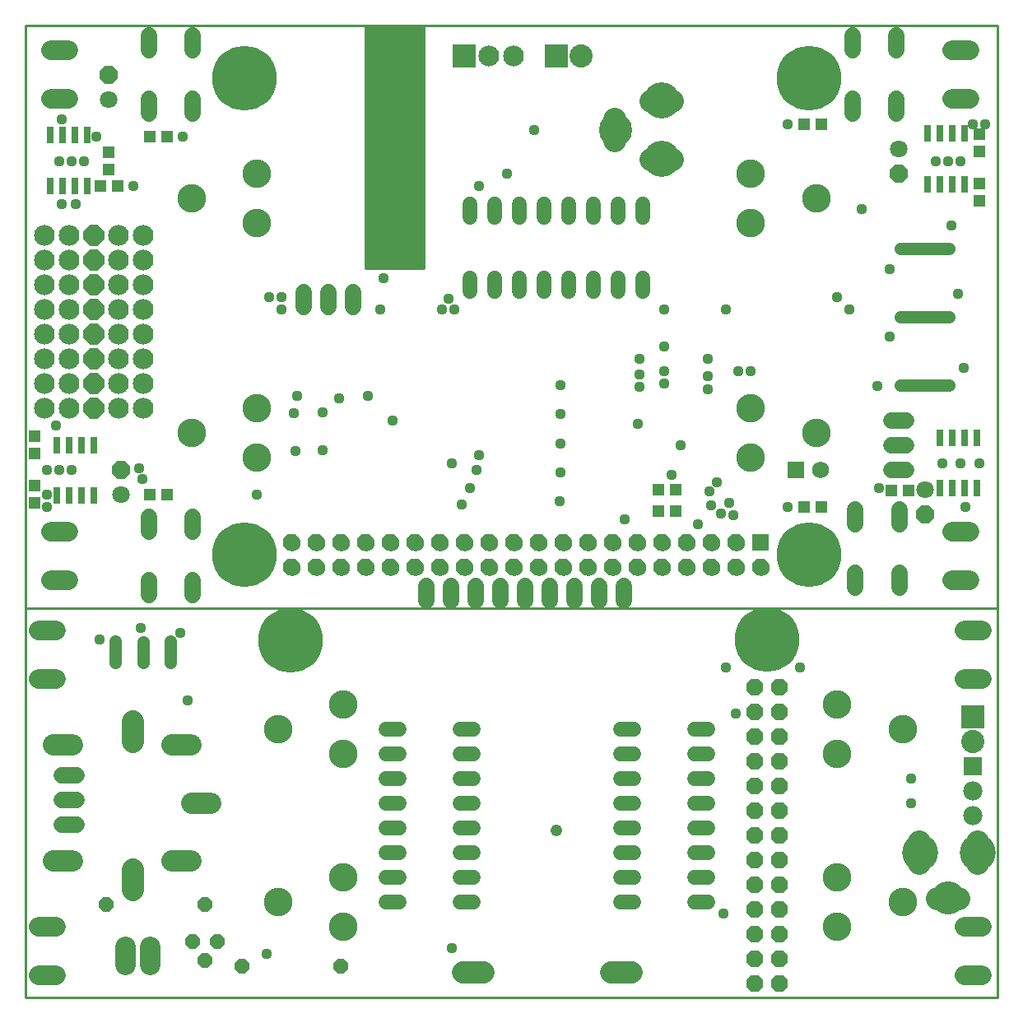
<source format=gts>
G75*
%MOIN*%
%OFA0B0*%
%FSLAX25Y25*%
%IPPOS*%
%LPD*%
%AMOC8*
5,1,8,0,0,1.08239X$1,22.5*
%
%ADD10C,0.01000*%
%ADD11C,0.05000*%
%ADD12R,0.23622X0.98425*%
%ADD13C,0.00000*%
%ADD14C,0.11627*%
%ADD15R,0.06800X0.06800*%
%ADD16C,0.06800*%
%ADD17OC8,0.06800*%
%ADD18C,0.11600*%
%ADD19C,0.06737*%
%ADD20C,0.07850*%
%ADD21R,0.03162X0.07099*%
%ADD22R,0.04934X0.05052*%
%ADD23C,0.06000*%
%ADD24C,0.09400*%
%ADD25C,0.14643*%
%ADD26C,0.13461*%
%ADD27C,0.06800*%
%ADD28R,0.05052X0.04934*%
%ADD29OC8,0.07100*%
%ADD30C,0.07100*%
%ADD31C,0.05950*%
%ADD32C,0.08600*%
%ADD33C,0.09050*%
%ADD34C,0.08200*%
%ADD35OC8,0.06000*%
%ADD36C,0.26200*%
%ADD37R,0.07800X0.07800*%
%ADD38R,0.09400X0.09400*%
%ADD39C,0.04369*%
%ADD40OC8,0.08400*%
%ADD41C,0.08400*%
%ADD42C,0.09400*%
%ADD43C,0.07800*%
%ADD44C,0.04762*%
D10*
X0013061Y0050702D02*
X0013061Y0208182D01*
X0406762Y0208182D01*
X0406762Y0444402D01*
X0174478Y0444402D01*
X0150856Y0444402D01*
X0150856Y0345977D01*
X0174478Y0345977D01*
X0174478Y0444402D01*
X0150856Y0444402D02*
X0013061Y0444402D01*
X0013061Y0208182D01*
X0013061Y0050702D02*
X0406762Y0050702D01*
X0406762Y0208182D01*
D11*
X0387077Y0298733D02*
X0367392Y0298733D01*
X0367392Y0326292D02*
X0387077Y0326292D01*
X0387077Y0353851D02*
X0367392Y0353851D01*
X0071561Y0194952D02*
X0071561Y0186452D01*
X0060561Y0186202D02*
X0060561Y0194702D01*
X0049311Y0194952D02*
X0049311Y0186452D01*
D12*
X0162667Y0395190D03*
D13*
X0096231Y0422749D02*
X0096233Y0422896D01*
X0096239Y0423042D01*
X0096249Y0423188D01*
X0096263Y0423334D01*
X0096281Y0423480D01*
X0096302Y0423625D01*
X0096328Y0423769D01*
X0096358Y0423913D01*
X0096391Y0424055D01*
X0096428Y0424197D01*
X0096469Y0424338D01*
X0096514Y0424477D01*
X0096563Y0424616D01*
X0096615Y0424753D01*
X0096672Y0424888D01*
X0096731Y0425022D01*
X0096795Y0425154D01*
X0096862Y0425284D01*
X0096932Y0425413D01*
X0097006Y0425540D01*
X0097083Y0425664D01*
X0097164Y0425787D01*
X0097248Y0425907D01*
X0097335Y0426025D01*
X0097425Y0426140D01*
X0097518Y0426253D01*
X0097615Y0426364D01*
X0097714Y0426472D01*
X0097816Y0426577D01*
X0097921Y0426679D01*
X0098029Y0426778D01*
X0098140Y0426875D01*
X0098253Y0426968D01*
X0098368Y0427058D01*
X0098486Y0427145D01*
X0098606Y0427229D01*
X0098729Y0427310D01*
X0098853Y0427387D01*
X0098980Y0427461D01*
X0099109Y0427531D01*
X0099239Y0427598D01*
X0099371Y0427662D01*
X0099505Y0427721D01*
X0099640Y0427778D01*
X0099777Y0427830D01*
X0099916Y0427879D01*
X0100055Y0427924D01*
X0100196Y0427965D01*
X0100338Y0428002D01*
X0100480Y0428035D01*
X0100624Y0428065D01*
X0100768Y0428091D01*
X0100913Y0428112D01*
X0101059Y0428130D01*
X0101205Y0428144D01*
X0101351Y0428154D01*
X0101497Y0428160D01*
X0101644Y0428162D01*
X0101791Y0428160D01*
X0101937Y0428154D01*
X0102083Y0428144D01*
X0102229Y0428130D01*
X0102375Y0428112D01*
X0102520Y0428091D01*
X0102664Y0428065D01*
X0102808Y0428035D01*
X0102950Y0428002D01*
X0103092Y0427965D01*
X0103233Y0427924D01*
X0103372Y0427879D01*
X0103511Y0427830D01*
X0103648Y0427778D01*
X0103783Y0427721D01*
X0103917Y0427662D01*
X0104049Y0427598D01*
X0104179Y0427531D01*
X0104308Y0427461D01*
X0104435Y0427387D01*
X0104559Y0427310D01*
X0104682Y0427229D01*
X0104802Y0427145D01*
X0104920Y0427058D01*
X0105035Y0426968D01*
X0105148Y0426875D01*
X0105259Y0426778D01*
X0105367Y0426679D01*
X0105472Y0426577D01*
X0105574Y0426472D01*
X0105673Y0426364D01*
X0105770Y0426253D01*
X0105863Y0426140D01*
X0105953Y0426025D01*
X0106040Y0425907D01*
X0106124Y0425787D01*
X0106205Y0425664D01*
X0106282Y0425540D01*
X0106356Y0425413D01*
X0106426Y0425284D01*
X0106493Y0425154D01*
X0106557Y0425022D01*
X0106616Y0424888D01*
X0106673Y0424753D01*
X0106725Y0424616D01*
X0106774Y0424477D01*
X0106819Y0424338D01*
X0106860Y0424197D01*
X0106897Y0424055D01*
X0106930Y0423913D01*
X0106960Y0423769D01*
X0106986Y0423625D01*
X0107007Y0423480D01*
X0107025Y0423334D01*
X0107039Y0423188D01*
X0107049Y0423042D01*
X0107055Y0422896D01*
X0107057Y0422749D01*
X0107055Y0422602D01*
X0107049Y0422456D01*
X0107039Y0422310D01*
X0107025Y0422164D01*
X0107007Y0422018D01*
X0106986Y0421873D01*
X0106960Y0421729D01*
X0106930Y0421585D01*
X0106897Y0421443D01*
X0106860Y0421301D01*
X0106819Y0421160D01*
X0106774Y0421021D01*
X0106725Y0420882D01*
X0106673Y0420745D01*
X0106616Y0420610D01*
X0106557Y0420476D01*
X0106493Y0420344D01*
X0106426Y0420214D01*
X0106356Y0420085D01*
X0106282Y0419958D01*
X0106205Y0419834D01*
X0106124Y0419711D01*
X0106040Y0419591D01*
X0105953Y0419473D01*
X0105863Y0419358D01*
X0105770Y0419245D01*
X0105673Y0419134D01*
X0105574Y0419026D01*
X0105472Y0418921D01*
X0105367Y0418819D01*
X0105259Y0418720D01*
X0105148Y0418623D01*
X0105035Y0418530D01*
X0104920Y0418440D01*
X0104802Y0418353D01*
X0104682Y0418269D01*
X0104559Y0418188D01*
X0104435Y0418111D01*
X0104308Y0418037D01*
X0104179Y0417967D01*
X0104049Y0417900D01*
X0103917Y0417836D01*
X0103783Y0417777D01*
X0103648Y0417720D01*
X0103511Y0417668D01*
X0103372Y0417619D01*
X0103233Y0417574D01*
X0103092Y0417533D01*
X0102950Y0417496D01*
X0102808Y0417463D01*
X0102664Y0417433D01*
X0102520Y0417407D01*
X0102375Y0417386D01*
X0102229Y0417368D01*
X0102083Y0417354D01*
X0101937Y0417344D01*
X0101791Y0417338D01*
X0101644Y0417336D01*
X0101497Y0417338D01*
X0101351Y0417344D01*
X0101205Y0417354D01*
X0101059Y0417368D01*
X0100913Y0417386D01*
X0100768Y0417407D01*
X0100624Y0417433D01*
X0100480Y0417463D01*
X0100338Y0417496D01*
X0100196Y0417533D01*
X0100055Y0417574D01*
X0099916Y0417619D01*
X0099777Y0417668D01*
X0099640Y0417720D01*
X0099505Y0417777D01*
X0099371Y0417836D01*
X0099239Y0417900D01*
X0099109Y0417967D01*
X0098980Y0418037D01*
X0098853Y0418111D01*
X0098729Y0418188D01*
X0098606Y0418269D01*
X0098486Y0418353D01*
X0098368Y0418440D01*
X0098253Y0418530D01*
X0098140Y0418623D01*
X0098029Y0418720D01*
X0097921Y0418819D01*
X0097816Y0418921D01*
X0097714Y0419026D01*
X0097615Y0419134D01*
X0097518Y0419245D01*
X0097425Y0419358D01*
X0097335Y0419473D01*
X0097248Y0419591D01*
X0097164Y0419711D01*
X0097083Y0419834D01*
X0097006Y0419958D01*
X0096932Y0420085D01*
X0096862Y0420214D01*
X0096795Y0420344D01*
X0096731Y0420476D01*
X0096672Y0420610D01*
X0096615Y0420745D01*
X0096563Y0420882D01*
X0096514Y0421021D01*
X0096469Y0421160D01*
X0096428Y0421301D01*
X0096391Y0421443D01*
X0096358Y0421585D01*
X0096328Y0421729D01*
X0096302Y0421873D01*
X0096281Y0422018D01*
X0096263Y0422164D01*
X0096249Y0422310D01*
X0096239Y0422456D01*
X0096233Y0422602D01*
X0096231Y0422749D01*
X0096231Y0229835D02*
X0096233Y0229982D01*
X0096239Y0230128D01*
X0096249Y0230274D01*
X0096263Y0230420D01*
X0096281Y0230566D01*
X0096302Y0230711D01*
X0096328Y0230855D01*
X0096358Y0230999D01*
X0096391Y0231141D01*
X0096428Y0231283D01*
X0096469Y0231424D01*
X0096514Y0231563D01*
X0096563Y0231702D01*
X0096615Y0231839D01*
X0096672Y0231974D01*
X0096731Y0232108D01*
X0096795Y0232240D01*
X0096862Y0232370D01*
X0096932Y0232499D01*
X0097006Y0232626D01*
X0097083Y0232750D01*
X0097164Y0232873D01*
X0097248Y0232993D01*
X0097335Y0233111D01*
X0097425Y0233226D01*
X0097518Y0233339D01*
X0097615Y0233450D01*
X0097714Y0233558D01*
X0097816Y0233663D01*
X0097921Y0233765D01*
X0098029Y0233864D01*
X0098140Y0233961D01*
X0098253Y0234054D01*
X0098368Y0234144D01*
X0098486Y0234231D01*
X0098606Y0234315D01*
X0098729Y0234396D01*
X0098853Y0234473D01*
X0098980Y0234547D01*
X0099109Y0234617D01*
X0099239Y0234684D01*
X0099371Y0234748D01*
X0099505Y0234807D01*
X0099640Y0234864D01*
X0099777Y0234916D01*
X0099916Y0234965D01*
X0100055Y0235010D01*
X0100196Y0235051D01*
X0100338Y0235088D01*
X0100480Y0235121D01*
X0100624Y0235151D01*
X0100768Y0235177D01*
X0100913Y0235198D01*
X0101059Y0235216D01*
X0101205Y0235230D01*
X0101351Y0235240D01*
X0101497Y0235246D01*
X0101644Y0235248D01*
X0101791Y0235246D01*
X0101937Y0235240D01*
X0102083Y0235230D01*
X0102229Y0235216D01*
X0102375Y0235198D01*
X0102520Y0235177D01*
X0102664Y0235151D01*
X0102808Y0235121D01*
X0102950Y0235088D01*
X0103092Y0235051D01*
X0103233Y0235010D01*
X0103372Y0234965D01*
X0103511Y0234916D01*
X0103648Y0234864D01*
X0103783Y0234807D01*
X0103917Y0234748D01*
X0104049Y0234684D01*
X0104179Y0234617D01*
X0104308Y0234547D01*
X0104435Y0234473D01*
X0104559Y0234396D01*
X0104682Y0234315D01*
X0104802Y0234231D01*
X0104920Y0234144D01*
X0105035Y0234054D01*
X0105148Y0233961D01*
X0105259Y0233864D01*
X0105367Y0233765D01*
X0105472Y0233663D01*
X0105574Y0233558D01*
X0105673Y0233450D01*
X0105770Y0233339D01*
X0105863Y0233226D01*
X0105953Y0233111D01*
X0106040Y0232993D01*
X0106124Y0232873D01*
X0106205Y0232750D01*
X0106282Y0232626D01*
X0106356Y0232499D01*
X0106426Y0232370D01*
X0106493Y0232240D01*
X0106557Y0232108D01*
X0106616Y0231974D01*
X0106673Y0231839D01*
X0106725Y0231702D01*
X0106774Y0231563D01*
X0106819Y0231424D01*
X0106860Y0231283D01*
X0106897Y0231141D01*
X0106930Y0230999D01*
X0106960Y0230855D01*
X0106986Y0230711D01*
X0107007Y0230566D01*
X0107025Y0230420D01*
X0107039Y0230274D01*
X0107049Y0230128D01*
X0107055Y0229982D01*
X0107057Y0229835D01*
X0107055Y0229688D01*
X0107049Y0229542D01*
X0107039Y0229396D01*
X0107025Y0229250D01*
X0107007Y0229104D01*
X0106986Y0228959D01*
X0106960Y0228815D01*
X0106930Y0228671D01*
X0106897Y0228529D01*
X0106860Y0228387D01*
X0106819Y0228246D01*
X0106774Y0228107D01*
X0106725Y0227968D01*
X0106673Y0227831D01*
X0106616Y0227696D01*
X0106557Y0227562D01*
X0106493Y0227430D01*
X0106426Y0227300D01*
X0106356Y0227171D01*
X0106282Y0227044D01*
X0106205Y0226920D01*
X0106124Y0226797D01*
X0106040Y0226677D01*
X0105953Y0226559D01*
X0105863Y0226444D01*
X0105770Y0226331D01*
X0105673Y0226220D01*
X0105574Y0226112D01*
X0105472Y0226007D01*
X0105367Y0225905D01*
X0105259Y0225806D01*
X0105148Y0225709D01*
X0105035Y0225616D01*
X0104920Y0225526D01*
X0104802Y0225439D01*
X0104682Y0225355D01*
X0104559Y0225274D01*
X0104435Y0225197D01*
X0104308Y0225123D01*
X0104179Y0225053D01*
X0104049Y0224986D01*
X0103917Y0224922D01*
X0103783Y0224863D01*
X0103648Y0224806D01*
X0103511Y0224754D01*
X0103372Y0224705D01*
X0103233Y0224660D01*
X0103092Y0224619D01*
X0102950Y0224582D01*
X0102808Y0224549D01*
X0102664Y0224519D01*
X0102520Y0224493D01*
X0102375Y0224472D01*
X0102229Y0224454D01*
X0102083Y0224440D01*
X0101937Y0224430D01*
X0101791Y0224424D01*
X0101644Y0224422D01*
X0101497Y0224424D01*
X0101351Y0224430D01*
X0101205Y0224440D01*
X0101059Y0224454D01*
X0100913Y0224472D01*
X0100768Y0224493D01*
X0100624Y0224519D01*
X0100480Y0224549D01*
X0100338Y0224582D01*
X0100196Y0224619D01*
X0100055Y0224660D01*
X0099916Y0224705D01*
X0099777Y0224754D01*
X0099640Y0224806D01*
X0099505Y0224863D01*
X0099371Y0224922D01*
X0099239Y0224986D01*
X0099109Y0225053D01*
X0098980Y0225123D01*
X0098853Y0225197D01*
X0098729Y0225274D01*
X0098606Y0225355D01*
X0098486Y0225439D01*
X0098368Y0225526D01*
X0098253Y0225616D01*
X0098140Y0225709D01*
X0098029Y0225806D01*
X0097921Y0225905D01*
X0097816Y0226007D01*
X0097714Y0226112D01*
X0097615Y0226220D01*
X0097518Y0226331D01*
X0097425Y0226444D01*
X0097335Y0226559D01*
X0097248Y0226677D01*
X0097164Y0226797D01*
X0097083Y0226920D01*
X0097006Y0227044D01*
X0096932Y0227171D01*
X0096862Y0227300D01*
X0096795Y0227430D01*
X0096731Y0227562D01*
X0096672Y0227696D01*
X0096615Y0227831D01*
X0096563Y0227968D01*
X0096514Y0228107D01*
X0096469Y0228246D01*
X0096428Y0228387D01*
X0096391Y0228529D01*
X0096358Y0228671D01*
X0096328Y0228815D01*
X0096302Y0228959D01*
X0096281Y0229104D01*
X0096263Y0229250D01*
X0096249Y0229396D01*
X0096239Y0229542D01*
X0096233Y0229688D01*
X0096231Y0229835D01*
X0324577Y0229835D02*
X0324579Y0229982D01*
X0324585Y0230128D01*
X0324595Y0230274D01*
X0324609Y0230420D01*
X0324627Y0230566D01*
X0324648Y0230711D01*
X0324674Y0230855D01*
X0324704Y0230999D01*
X0324737Y0231141D01*
X0324774Y0231283D01*
X0324815Y0231424D01*
X0324860Y0231563D01*
X0324909Y0231702D01*
X0324961Y0231839D01*
X0325018Y0231974D01*
X0325077Y0232108D01*
X0325141Y0232240D01*
X0325208Y0232370D01*
X0325278Y0232499D01*
X0325352Y0232626D01*
X0325429Y0232750D01*
X0325510Y0232873D01*
X0325594Y0232993D01*
X0325681Y0233111D01*
X0325771Y0233226D01*
X0325864Y0233339D01*
X0325961Y0233450D01*
X0326060Y0233558D01*
X0326162Y0233663D01*
X0326267Y0233765D01*
X0326375Y0233864D01*
X0326486Y0233961D01*
X0326599Y0234054D01*
X0326714Y0234144D01*
X0326832Y0234231D01*
X0326952Y0234315D01*
X0327075Y0234396D01*
X0327199Y0234473D01*
X0327326Y0234547D01*
X0327455Y0234617D01*
X0327585Y0234684D01*
X0327717Y0234748D01*
X0327851Y0234807D01*
X0327986Y0234864D01*
X0328123Y0234916D01*
X0328262Y0234965D01*
X0328401Y0235010D01*
X0328542Y0235051D01*
X0328684Y0235088D01*
X0328826Y0235121D01*
X0328970Y0235151D01*
X0329114Y0235177D01*
X0329259Y0235198D01*
X0329405Y0235216D01*
X0329551Y0235230D01*
X0329697Y0235240D01*
X0329843Y0235246D01*
X0329990Y0235248D01*
X0330137Y0235246D01*
X0330283Y0235240D01*
X0330429Y0235230D01*
X0330575Y0235216D01*
X0330721Y0235198D01*
X0330866Y0235177D01*
X0331010Y0235151D01*
X0331154Y0235121D01*
X0331296Y0235088D01*
X0331438Y0235051D01*
X0331579Y0235010D01*
X0331718Y0234965D01*
X0331857Y0234916D01*
X0331994Y0234864D01*
X0332129Y0234807D01*
X0332263Y0234748D01*
X0332395Y0234684D01*
X0332525Y0234617D01*
X0332654Y0234547D01*
X0332781Y0234473D01*
X0332905Y0234396D01*
X0333028Y0234315D01*
X0333148Y0234231D01*
X0333266Y0234144D01*
X0333381Y0234054D01*
X0333494Y0233961D01*
X0333605Y0233864D01*
X0333713Y0233765D01*
X0333818Y0233663D01*
X0333920Y0233558D01*
X0334019Y0233450D01*
X0334116Y0233339D01*
X0334209Y0233226D01*
X0334299Y0233111D01*
X0334386Y0232993D01*
X0334470Y0232873D01*
X0334551Y0232750D01*
X0334628Y0232626D01*
X0334702Y0232499D01*
X0334772Y0232370D01*
X0334839Y0232240D01*
X0334903Y0232108D01*
X0334962Y0231974D01*
X0335019Y0231839D01*
X0335071Y0231702D01*
X0335120Y0231563D01*
X0335165Y0231424D01*
X0335206Y0231283D01*
X0335243Y0231141D01*
X0335276Y0230999D01*
X0335306Y0230855D01*
X0335332Y0230711D01*
X0335353Y0230566D01*
X0335371Y0230420D01*
X0335385Y0230274D01*
X0335395Y0230128D01*
X0335401Y0229982D01*
X0335403Y0229835D01*
X0335401Y0229688D01*
X0335395Y0229542D01*
X0335385Y0229396D01*
X0335371Y0229250D01*
X0335353Y0229104D01*
X0335332Y0228959D01*
X0335306Y0228815D01*
X0335276Y0228671D01*
X0335243Y0228529D01*
X0335206Y0228387D01*
X0335165Y0228246D01*
X0335120Y0228107D01*
X0335071Y0227968D01*
X0335019Y0227831D01*
X0334962Y0227696D01*
X0334903Y0227562D01*
X0334839Y0227430D01*
X0334772Y0227300D01*
X0334702Y0227171D01*
X0334628Y0227044D01*
X0334551Y0226920D01*
X0334470Y0226797D01*
X0334386Y0226677D01*
X0334299Y0226559D01*
X0334209Y0226444D01*
X0334116Y0226331D01*
X0334019Y0226220D01*
X0333920Y0226112D01*
X0333818Y0226007D01*
X0333713Y0225905D01*
X0333605Y0225806D01*
X0333494Y0225709D01*
X0333381Y0225616D01*
X0333266Y0225526D01*
X0333148Y0225439D01*
X0333028Y0225355D01*
X0332905Y0225274D01*
X0332781Y0225197D01*
X0332654Y0225123D01*
X0332525Y0225053D01*
X0332395Y0224986D01*
X0332263Y0224922D01*
X0332129Y0224863D01*
X0331994Y0224806D01*
X0331857Y0224754D01*
X0331718Y0224705D01*
X0331579Y0224660D01*
X0331438Y0224619D01*
X0331296Y0224582D01*
X0331154Y0224549D01*
X0331010Y0224519D01*
X0330866Y0224493D01*
X0330721Y0224472D01*
X0330575Y0224454D01*
X0330429Y0224440D01*
X0330283Y0224430D01*
X0330137Y0224424D01*
X0329990Y0224422D01*
X0329843Y0224424D01*
X0329697Y0224430D01*
X0329551Y0224440D01*
X0329405Y0224454D01*
X0329259Y0224472D01*
X0329114Y0224493D01*
X0328970Y0224519D01*
X0328826Y0224549D01*
X0328684Y0224582D01*
X0328542Y0224619D01*
X0328401Y0224660D01*
X0328262Y0224705D01*
X0328123Y0224754D01*
X0327986Y0224806D01*
X0327851Y0224863D01*
X0327717Y0224922D01*
X0327585Y0224986D01*
X0327455Y0225053D01*
X0327326Y0225123D01*
X0327199Y0225197D01*
X0327075Y0225274D01*
X0326952Y0225355D01*
X0326832Y0225439D01*
X0326714Y0225526D01*
X0326599Y0225616D01*
X0326486Y0225709D01*
X0326375Y0225806D01*
X0326267Y0225905D01*
X0326162Y0226007D01*
X0326060Y0226112D01*
X0325961Y0226220D01*
X0325864Y0226331D01*
X0325771Y0226444D01*
X0325681Y0226559D01*
X0325594Y0226677D01*
X0325510Y0226797D01*
X0325429Y0226920D01*
X0325352Y0227044D01*
X0325278Y0227171D01*
X0325208Y0227300D01*
X0325141Y0227430D01*
X0325077Y0227562D01*
X0325018Y0227696D01*
X0324961Y0227831D01*
X0324909Y0227968D01*
X0324860Y0228107D01*
X0324815Y0228246D01*
X0324774Y0228387D01*
X0324737Y0228529D01*
X0324704Y0228671D01*
X0324674Y0228815D01*
X0324648Y0228959D01*
X0324627Y0229104D01*
X0324609Y0229250D01*
X0324595Y0229396D01*
X0324585Y0229542D01*
X0324579Y0229688D01*
X0324577Y0229835D01*
X0324577Y0422749D02*
X0324579Y0422896D01*
X0324585Y0423042D01*
X0324595Y0423188D01*
X0324609Y0423334D01*
X0324627Y0423480D01*
X0324648Y0423625D01*
X0324674Y0423769D01*
X0324704Y0423913D01*
X0324737Y0424055D01*
X0324774Y0424197D01*
X0324815Y0424338D01*
X0324860Y0424477D01*
X0324909Y0424616D01*
X0324961Y0424753D01*
X0325018Y0424888D01*
X0325077Y0425022D01*
X0325141Y0425154D01*
X0325208Y0425284D01*
X0325278Y0425413D01*
X0325352Y0425540D01*
X0325429Y0425664D01*
X0325510Y0425787D01*
X0325594Y0425907D01*
X0325681Y0426025D01*
X0325771Y0426140D01*
X0325864Y0426253D01*
X0325961Y0426364D01*
X0326060Y0426472D01*
X0326162Y0426577D01*
X0326267Y0426679D01*
X0326375Y0426778D01*
X0326486Y0426875D01*
X0326599Y0426968D01*
X0326714Y0427058D01*
X0326832Y0427145D01*
X0326952Y0427229D01*
X0327075Y0427310D01*
X0327199Y0427387D01*
X0327326Y0427461D01*
X0327455Y0427531D01*
X0327585Y0427598D01*
X0327717Y0427662D01*
X0327851Y0427721D01*
X0327986Y0427778D01*
X0328123Y0427830D01*
X0328262Y0427879D01*
X0328401Y0427924D01*
X0328542Y0427965D01*
X0328684Y0428002D01*
X0328826Y0428035D01*
X0328970Y0428065D01*
X0329114Y0428091D01*
X0329259Y0428112D01*
X0329405Y0428130D01*
X0329551Y0428144D01*
X0329697Y0428154D01*
X0329843Y0428160D01*
X0329990Y0428162D01*
X0330137Y0428160D01*
X0330283Y0428154D01*
X0330429Y0428144D01*
X0330575Y0428130D01*
X0330721Y0428112D01*
X0330866Y0428091D01*
X0331010Y0428065D01*
X0331154Y0428035D01*
X0331296Y0428002D01*
X0331438Y0427965D01*
X0331579Y0427924D01*
X0331718Y0427879D01*
X0331857Y0427830D01*
X0331994Y0427778D01*
X0332129Y0427721D01*
X0332263Y0427662D01*
X0332395Y0427598D01*
X0332525Y0427531D01*
X0332654Y0427461D01*
X0332781Y0427387D01*
X0332905Y0427310D01*
X0333028Y0427229D01*
X0333148Y0427145D01*
X0333266Y0427058D01*
X0333381Y0426968D01*
X0333494Y0426875D01*
X0333605Y0426778D01*
X0333713Y0426679D01*
X0333818Y0426577D01*
X0333920Y0426472D01*
X0334019Y0426364D01*
X0334116Y0426253D01*
X0334209Y0426140D01*
X0334299Y0426025D01*
X0334386Y0425907D01*
X0334470Y0425787D01*
X0334551Y0425664D01*
X0334628Y0425540D01*
X0334702Y0425413D01*
X0334772Y0425284D01*
X0334839Y0425154D01*
X0334903Y0425022D01*
X0334962Y0424888D01*
X0335019Y0424753D01*
X0335071Y0424616D01*
X0335120Y0424477D01*
X0335165Y0424338D01*
X0335206Y0424197D01*
X0335243Y0424055D01*
X0335276Y0423913D01*
X0335306Y0423769D01*
X0335332Y0423625D01*
X0335353Y0423480D01*
X0335371Y0423334D01*
X0335385Y0423188D01*
X0335395Y0423042D01*
X0335401Y0422896D01*
X0335403Y0422749D01*
X0335401Y0422602D01*
X0335395Y0422456D01*
X0335385Y0422310D01*
X0335371Y0422164D01*
X0335353Y0422018D01*
X0335332Y0421873D01*
X0335306Y0421729D01*
X0335276Y0421585D01*
X0335243Y0421443D01*
X0335206Y0421301D01*
X0335165Y0421160D01*
X0335120Y0421021D01*
X0335071Y0420882D01*
X0335019Y0420745D01*
X0334962Y0420610D01*
X0334903Y0420476D01*
X0334839Y0420344D01*
X0334772Y0420214D01*
X0334702Y0420085D01*
X0334628Y0419958D01*
X0334551Y0419834D01*
X0334470Y0419711D01*
X0334386Y0419591D01*
X0334299Y0419473D01*
X0334209Y0419358D01*
X0334116Y0419245D01*
X0334019Y0419134D01*
X0333920Y0419026D01*
X0333818Y0418921D01*
X0333713Y0418819D01*
X0333605Y0418720D01*
X0333494Y0418623D01*
X0333381Y0418530D01*
X0333266Y0418440D01*
X0333148Y0418353D01*
X0333028Y0418269D01*
X0332905Y0418188D01*
X0332781Y0418111D01*
X0332654Y0418037D01*
X0332525Y0417967D01*
X0332395Y0417900D01*
X0332263Y0417836D01*
X0332129Y0417777D01*
X0331994Y0417720D01*
X0331857Y0417668D01*
X0331718Y0417619D01*
X0331579Y0417574D01*
X0331438Y0417533D01*
X0331296Y0417496D01*
X0331154Y0417463D01*
X0331010Y0417433D01*
X0330866Y0417407D01*
X0330721Y0417386D01*
X0330575Y0417368D01*
X0330429Y0417354D01*
X0330283Y0417344D01*
X0330137Y0417338D01*
X0329990Y0417336D01*
X0329843Y0417338D01*
X0329697Y0417344D01*
X0329551Y0417354D01*
X0329405Y0417368D01*
X0329259Y0417386D01*
X0329114Y0417407D01*
X0328970Y0417433D01*
X0328826Y0417463D01*
X0328684Y0417496D01*
X0328542Y0417533D01*
X0328401Y0417574D01*
X0328262Y0417619D01*
X0328123Y0417668D01*
X0327986Y0417720D01*
X0327851Y0417777D01*
X0327717Y0417836D01*
X0327585Y0417900D01*
X0327455Y0417967D01*
X0327326Y0418037D01*
X0327199Y0418111D01*
X0327075Y0418188D01*
X0326952Y0418269D01*
X0326832Y0418353D01*
X0326714Y0418440D01*
X0326599Y0418530D01*
X0326486Y0418623D01*
X0326375Y0418720D01*
X0326267Y0418819D01*
X0326162Y0418921D01*
X0326060Y0419026D01*
X0325961Y0419134D01*
X0325864Y0419245D01*
X0325771Y0419358D01*
X0325681Y0419473D01*
X0325594Y0419591D01*
X0325510Y0419711D01*
X0325429Y0419834D01*
X0325352Y0419958D01*
X0325278Y0420085D01*
X0325208Y0420214D01*
X0325141Y0420344D01*
X0325077Y0420476D01*
X0325018Y0420610D01*
X0324961Y0420745D01*
X0324909Y0420882D01*
X0324860Y0421021D01*
X0324815Y0421160D01*
X0324774Y0421301D01*
X0324737Y0421443D01*
X0324704Y0421585D01*
X0324674Y0421729D01*
X0324648Y0421873D01*
X0324627Y0422018D01*
X0324609Y0422164D01*
X0324595Y0422310D01*
X0324585Y0422456D01*
X0324579Y0422602D01*
X0324577Y0422749D01*
D14*
X0329990Y0422749D03*
X0329990Y0229835D03*
X0101644Y0229835D03*
X0101644Y0422749D03*
D15*
X0310817Y0234835D03*
X0324872Y0264324D03*
D16*
X0334872Y0264324D03*
X0300870Y0234828D03*
X0300870Y0224828D03*
X0290870Y0224828D03*
X0280870Y0224828D03*
X0280870Y0234828D03*
X0290870Y0234828D03*
X0270870Y0234828D03*
X0270870Y0224828D03*
X0260870Y0224828D03*
X0250870Y0224828D03*
X0250870Y0234828D03*
X0260870Y0234828D03*
X0240870Y0234828D03*
X0240870Y0224828D03*
X0230870Y0224828D03*
X0220870Y0224828D03*
X0210870Y0224828D03*
X0210870Y0234828D03*
X0220870Y0234828D03*
X0230870Y0234828D03*
X0200870Y0234828D03*
X0200870Y0224828D03*
X0190870Y0224828D03*
X0180870Y0224828D03*
X0180870Y0234828D03*
X0190870Y0234828D03*
X0170870Y0234828D03*
X0170870Y0224828D03*
X0160870Y0224828D03*
X0150870Y0224828D03*
X0150870Y0234828D03*
X0160870Y0234828D03*
X0140870Y0234828D03*
X0140870Y0224828D03*
X0130870Y0224828D03*
X0120870Y0224828D03*
X0120870Y0234828D03*
X0130870Y0234828D03*
X0310870Y0224828D03*
D17*
X0310762Y0224902D03*
X0310762Y0224902D03*
X0310762Y0234902D03*
X0310762Y0234902D03*
X0300762Y0234902D03*
X0300762Y0234902D03*
X0300762Y0224902D03*
X0300762Y0224902D03*
X0290762Y0224902D03*
X0290762Y0224902D03*
X0280762Y0224902D03*
X0280762Y0224902D03*
X0280762Y0234902D03*
X0280762Y0234902D03*
X0290762Y0234902D03*
X0290762Y0234902D03*
X0270762Y0234902D03*
X0270762Y0234902D03*
X0270762Y0224902D03*
X0270762Y0224902D03*
X0260762Y0224902D03*
X0260762Y0224902D03*
X0250762Y0224902D03*
X0250762Y0224902D03*
X0250762Y0234902D03*
X0250762Y0234902D03*
X0260762Y0234902D03*
X0260762Y0234902D03*
X0240762Y0234902D03*
X0240762Y0234902D03*
X0240762Y0224902D03*
X0240762Y0224902D03*
X0230762Y0224902D03*
X0230762Y0224902D03*
X0220762Y0224902D03*
X0220762Y0224902D03*
X0220762Y0234902D03*
X0220762Y0234902D03*
X0230762Y0234902D03*
X0230762Y0234902D03*
X0210762Y0234902D03*
X0210762Y0234902D03*
X0210762Y0224902D03*
X0210762Y0224902D03*
X0200762Y0224902D03*
X0200762Y0224902D03*
X0190762Y0224902D03*
X0190762Y0224902D03*
X0180762Y0224902D03*
X0180762Y0224902D03*
X0180762Y0234902D03*
X0180762Y0234902D03*
X0190762Y0234902D03*
X0190762Y0234902D03*
X0200762Y0234902D03*
X0200762Y0234902D03*
X0170762Y0234902D03*
X0170762Y0234902D03*
X0170762Y0224902D03*
X0170762Y0224902D03*
X0160762Y0224902D03*
X0160762Y0224902D03*
X0150762Y0224902D03*
X0150762Y0224902D03*
X0150762Y0234902D03*
X0150762Y0234902D03*
X0160762Y0234902D03*
X0160762Y0234902D03*
X0140762Y0234902D03*
X0140762Y0234902D03*
X0140762Y0224902D03*
X0140762Y0224902D03*
X0130762Y0224902D03*
X0130762Y0224902D03*
X0120762Y0224902D03*
X0120762Y0224902D03*
X0120762Y0234902D03*
X0120762Y0234902D03*
X0130762Y0234902D03*
X0130762Y0234902D03*
X0308262Y0176402D03*
X0308262Y0166402D03*
X0318262Y0166402D03*
X0318262Y0176402D03*
X0318262Y0156402D03*
X0318262Y0146402D03*
X0318262Y0136402D03*
X0318262Y0126402D03*
X0318262Y0116402D03*
X0308262Y0116402D03*
X0308262Y0126402D03*
X0308262Y0136402D03*
X0308262Y0146402D03*
X0308262Y0156402D03*
X0308262Y0106402D03*
X0308262Y0096402D03*
X0308262Y0086402D03*
X0308262Y0076402D03*
X0318262Y0076402D03*
X0318262Y0086402D03*
X0318262Y0096402D03*
X0318262Y0106402D03*
X0318262Y0066402D03*
X0318262Y0056402D03*
X0308262Y0056402D03*
X0308262Y0066402D03*
D18*
X0341683Y0079442D03*
X0341683Y0099442D03*
X0368250Y0089442D03*
X0341683Y0149442D03*
X0341683Y0169442D03*
X0368250Y0159442D03*
X0306683Y0269442D03*
X0306683Y0289442D03*
X0333250Y0279442D03*
X0306683Y0364442D03*
X0306683Y0384442D03*
X0333250Y0374442D03*
X0141841Y0169363D03*
X0141841Y0149363D03*
X0115274Y0159363D03*
X0141841Y0099363D03*
X0141841Y0079363D03*
X0115274Y0089363D03*
X0106841Y0269363D03*
X0106841Y0289363D03*
X0080274Y0279363D03*
X0106841Y0364363D03*
X0106841Y0384363D03*
X0080274Y0374363D03*
D19*
X0125561Y0336170D02*
X0125561Y0330233D01*
X0135561Y0330233D02*
X0135561Y0336170D01*
X0145561Y0336170D02*
X0145561Y0330233D01*
X0033530Y0140702D02*
X0027593Y0140702D01*
X0027593Y0130702D02*
X0033530Y0130702D01*
X0033530Y0120702D02*
X0027593Y0120702D01*
X0363793Y0264402D02*
X0369730Y0264402D01*
X0369730Y0274402D02*
X0363793Y0274402D01*
X0363793Y0284402D02*
X0369730Y0284402D01*
D20*
X0388237Y0239245D02*
X0395287Y0239245D01*
X0395287Y0219560D02*
X0388237Y0219560D01*
X0393237Y0199245D02*
X0400287Y0199245D01*
X0400287Y0179560D02*
X0393237Y0179560D01*
X0393237Y0079245D02*
X0400287Y0079245D01*
X0400287Y0059560D02*
X0393237Y0059560D01*
X0395287Y0414560D02*
X0388237Y0414560D01*
X0388237Y0434245D02*
X0395287Y0434245D01*
X0030287Y0434245D02*
X0023237Y0434245D01*
X0023237Y0414560D02*
X0030287Y0414560D01*
X0030287Y0239245D02*
X0023237Y0239245D01*
X0023237Y0219560D02*
X0030287Y0219560D01*
X0025287Y0199245D02*
X0018237Y0199245D01*
X0018237Y0179560D02*
X0025287Y0179560D01*
X0025287Y0079245D02*
X0018237Y0079245D01*
X0018237Y0059560D02*
X0025287Y0059560D01*
D21*
X0025640Y0253851D03*
X0030640Y0253851D03*
X0035640Y0253851D03*
X0040640Y0253851D03*
X0040640Y0274324D03*
X0035640Y0274324D03*
X0030640Y0274324D03*
X0025640Y0274324D03*
X0027884Y0379481D03*
X0032884Y0379481D03*
X0037884Y0379481D03*
X0022884Y0379481D03*
X0022884Y0399954D03*
X0027884Y0399954D03*
X0032884Y0399954D03*
X0037884Y0399954D03*
X0378514Y0400583D03*
X0383514Y0400583D03*
X0388514Y0400583D03*
X0393514Y0400583D03*
X0393514Y0380111D03*
X0388514Y0380111D03*
X0383514Y0380111D03*
X0378514Y0380111D03*
X0383514Y0277473D03*
X0388514Y0277473D03*
X0393514Y0277473D03*
X0398514Y0277473D03*
X0398514Y0257001D03*
X0393514Y0257001D03*
X0388514Y0257001D03*
X0383514Y0257001D03*
D22*
X0370707Y0255902D03*
X0363817Y0255902D03*
X0335207Y0249402D03*
X0328317Y0249402D03*
X0276348Y0247552D03*
X0269459Y0247552D03*
X0269459Y0256363D03*
X0276348Y0256363D03*
X0328317Y0404402D03*
X0335207Y0404402D03*
X0070207Y0399402D03*
X0063317Y0399402D03*
X0050207Y0379402D03*
X0043317Y0379402D03*
X0063317Y0254402D03*
X0070207Y0254402D03*
D23*
X0193061Y0336802D02*
X0193061Y0342002D01*
X0203061Y0342002D02*
X0203061Y0336802D01*
X0213061Y0336802D02*
X0213061Y0342002D01*
X0223061Y0342002D02*
X0223061Y0336802D01*
X0233061Y0336802D02*
X0233061Y0342002D01*
X0243061Y0342002D02*
X0243061Y0336802D01*
X0253061Y0336802D02*
X0253061Y0342002D01*
X0263061Y0342002D02*
X0263061Y0336802D01*
X0263061Y0366802D02*
X0263061Y0372002D01*
X0253061Y0372002D02*
X0253061Y0366802D01*
X0243061Y0366802D02*
X0243061Y0372002D01*
X0233061Y0372002D02*
X0233061Y0366802D01*
X0223061Y0366802D02*
X0223061Y0372002D01*
X0213061Y0372002D02*
X0213061Y0366802D01*
X0203061Y0366802D02*
X0203061Y0372002D01*
X0193061Y0372002D02*
X0193061Y0366802D01*
D24*
X0251663Y0397602D02*
X0251663Y0406202D01*
X0266261Y0413713D02*
X0274861Y0413713D01*
X0274861Y0390091D02*
X0266261Y0390091D01*
X0374951Y0113702D02*
X0374951Y0105102D01*
X0382462Y0090505D02*
X0391062Y0090505D01*
X0398573Y0105102D02*
X0398573Y0113702D01*
D25*
X0398762Y0109402D03*
X0375262Y0109402D03*
X0270561Y0390402D03*
X0270561Y0413902D03*
D26*
X0252061Y0401902D03*
X0386762Y0090902D03*
D27*
X0366912Y0216602D02*
X0366912Y0222602D01*
X0349112Y0222602D02*
X0349112Y0216602D01*
X0349112Y0242202D02*
X0349112Y0248202D01*
X0366912Y0248202D02*
X0366912Y0242202D01*
X0255512Y0217402D02*
X0255512Y0211402D01*
X0245512Y0211402D02*
X0245512Y0217402D01*
X0235512Y0217402D02*
X0235512Y0211402D01*
X0225512Y0211402D02*
X0225512Y0217402D01*
X0215512Y0217402D02*
X0215512Y0211402D01*
X0205512Y0211402D02*
X0205512Y0217402D01*
X0195512Y0217402D02*
X0195512Y0211402D01*
X0185512Y0211402D02*
X0185512Y0217402D01*
X0175512Y0217402D02*
X0175512Y0211402D01*
X0080662Y0213602D02*
X0080662Y0219602D01*
X0062862Y0219602D02*
X0062862Y0213602D01*
X0062862Y0239202D02*
X0062862Y0245202D01*
X0080662Y0245202D02*
X0080662Y0239202D01*
X0080662Y0408602D02*
X0080662Y0414602D01*
X0062862Y0414602D02*
X0062862Y0408602D01*
X0062862Y0434202D02*
X0062862Y0440202D01*
X0080662Y0440202D02*
X0080662Y0434202D01*
X0347862Y0434202D02*
X0347862Y0440202D01*
X0365662Y0440202D02*
X0365662Y0434202D01*
X0365662Y0414602D02*
X0365662Y0408602D01*
X0347862Y0408602D02*
X0347862Y0414602D01*
D28*
X0399262Y0400347D03*
X0399262Y0393457D03*
X0399262Y0380347D03*
X0399262Y0373457D03*
X0046762Y0385957D03*
X0046762Y0392847D03*
X0016762Y0277847D03*
X0016762Y0270957D03*
X0016762Y0257847D03*
X0016762Y0250957D03*
D29*
X0051762Y0264402D03*
X0046762Y0424402D03*
X0366762Y0384402D03*
X0377262Y0246402D03*
D30*
X0377262Y0256402D03*
X0366762Y0394402D03*
X0051762Y0254402D03*
X0046762Y0414402D03*
D31*
X0159187Y0159402D02*
X0164337Y0159402D01*
X0164337Y0149402D02*
X0159187Y0149402D01*
X0159187Y0139402D02*
X0164337Y0139402D01*
X0164337Y0129402D02*
X0159187Y0129402D01*
X0159187Y0119402D02*
X0164337Y0119402D01*
X0164337Y0109402D02*
X0159187Y0109402D01*
X0159187Y0099402D02*
X0164337Y0099402D01*
X0164337Y0089402D02*
X0159187Y0089402D01*
X0189187Y0089402D02*
X0194337Y0089402D01*
X0194337Y0099402D02*
X0189187Y0099402D01*
X0189187Y0109402D02*
X0194337Y0109402D01*
X0194337Y0119402D02*
X0189187Y0119402D01*
X0189187Y0129402D02*
X0194337Y0129402D01*
X0194337Y0139402D02*
X0189187Y0139402D01*
X0189187Y0149402D02*
X0194337Y0149402D01*
X0194337Y0159402D02*
X0189187Y0159402D01*
X0254187Y0159402D02*
X0259337Y0159402D01*
X0259337Y0149402D02*
X0254187Y0149402D01*
X0254187Y0139402D02*
X0259337Y0139402D01*
X0259337Y0129402D02*
X0254187Y0129402D01*
X0254187Y0119402D02*
X0259337Y0119402D01*
X0259337Y0109402D02*
X0254187Y0109402D01*
X0254187Y0099402D02*
X0259337Y0099402D01*
X0259337Y0089402D02*
X0254187Y0089402D01*
X0284187Y0089402D02*
X0289337Y0089402D01*
X0289337Y0099402D02*
X0284187Y0099402D01*
X0284187Y0109402D02*
X0289337Y0109402D01*
X0289337Y0119402D02*
X0284187Y0119402D01*
X0284187Y0129402D02*
X0289337Y0129402D01*
X0289337Y0139402D02*
X0284187Y0139402D01*
X0284187Y0149402D02*
X0289337Y0149402D01*
X0289337Y0159402D02*
X0284187Y0159402D01*
D32*
X0088162Y0129402D02*
X0080362Y0129402D01*
X0080162Y0105902D02*
X0072362Y0105902D01*
X0032162Y0105902D02*
X0024362Y0105902D01*
X0024362Y0152902D02*
X0032162Y0152902D01*
X0072362Y0152902D02*
X0080162Y0152902D01*
D33*
X0056512Y0154277D02*
X0056512Y0162527D01*
X0056512Y0102527D02*
X0056512Y0094277D01*
X0190137Y0060902D02*
X0198387Y0060902D01*
X0250137Y0060902D02*
X0258387Y0060902D01*
D34*
X0063311Y0064002D02*
X0063311Y0071402D01*
X0053311Y0071402D02*
X0053311Y0064002D01*
D35*
X0045561Y0088202D03*
X0080561Y0073202D03*
X0085561Y0065702D03*
X0090561Y0073202D03*
X0100561Y0063202D03*
X0085561Y0088202D03*
X0140561Y0063202D03*
D36*
X0120512Y0195402D03*
X0101762Y0229902D03*
X0101762Y0422902D03*
X0313512Y0195652D03*
X0330262Y0229902D03*
X0330262Y0422902D03*
D37*
X0396762Y0144402D03*
D38*
X0396762Y0164402D03*
X0228061Y0431902D03*
X0190561Y0431902D03*
D39*
X0219012Y0401902D03*
X0208061Y0384402D03*
X0196762Y0379402D03*
X0158061Y0341902D03*
X0156762Y0329402D03*
X0181762Y0329402D03*
X0184262Y0333652D03*
X0186762Y0329402D03*
X0151762Y0294402D03*
X0161762Y0284402D03*
X0140012Y0293402D03*
X0133262Y0287652D03*
X0121762Y0287402D03*
X0123061Y0294402D03*
X0122512Y0272152D03*
X0133262Y0272402D03*
X0106762Y0254402D03*
X0060512Y0260652D03*
X0059012Y0265152D03*
X0031762Y0264402D03*
X0026762Y0264402D03*
X0021762Y0264402D03*
X0021762Y0254402D03*
X0021762Y0249402D03*
X0025512Y0282402D03*
X0059811Y0200452D03*
X0043061Y0195702D03*
X0075561Y0198202D03*
X0078762Y0171152D03*
X0110561Y0068202D03*
X0185561Y0070702D03*
X0295561Y0084702D03*
X0371762Y0129402D03*
X0371762Y0139402D03*
X0326762Y0184402D03*
X0300561Y0165702D03*
X0296762Y0184402D03*
X0285246Y0242402D03*
X0290561Y0249902D03*
X0294526Y0246552D03*
X0299561Y0245902D03*
X0298012Y0250902D03*
X0293061Y0259402D03*
X0290061Y0255652D03*
X0274762Y0262402D03*
X0278262Y0274402D03*
X0261093Y0282985D03*
X0261811Y0297902D03*
X0261561Y0302902D03*
X0261762Y0309402D03*
X0271762Y0304402D03*
X0271762Y0299402D03*
X0271762Y0314402D03*
X0271762Y0329402D03*
X0289262Y0309402D03*
X0289262Y0302402D03*
X0289262Y0296902D03*
X0301762Y0304402D03*
X0306762Y0304402D03*
X0296762Y0329402D03*
X0341762Y0334402D03*
X0346762Y0329402D03*
X0363061Y0318202D03*
X0358061Y0298202D03*
X0384262Y0266902D03*
X0391762Y0266902D03*
X0399262Y0266902D03*
X0393762Y0249402D03*
X0358762Y0256902D03*
X0321762Y0249402D03*
X0255561Y0244402D03*
X0229346Y0251800D03*
X0229596Y0263300D03*
X0229596Y0275111D03*
X0229596Y0286922D03*
X0229596Y0298733D03*
X0196762Y0270402D03*
X0195561Y0264402D03*
X0193061Y0256902D03*
X0189762Y0250402D03*
X0185561Y0266902D03*
X0116762Y0329402D03*
X0116762Y0334402D03*
X0111762Y0334402D03*
X0056762Y0379402D03*
X0036762Y0389402D03*
X0031762Y0389402D03*
X0026762Y0389402D03*
X0027762Y0371902D03*
X0033262Y0371902D03*
X0041762Y0399402D03*
X0027712Y0406252D03*
X0076762Y0399402D03*
X0321762Y0404402D03*
X0351762Y0369902D03*
X0363061Y0345702D03*
X0390561Y0335702D03*
X0393061Y0305702D03*
X0388061Y0363202D03*
X0386762Y0389402D03*
X0381762Y0389402D03*
X0391762Y0389402D03*
X0396762Y0404402D03*
X0401762Y0404402D03*
D40*
X0040561Y0359402D03*
X0040561Y0349402D03*
X0040561Y0339402D03*
X0040561Y0329402D03*
X0040561Y0319402D03*
X0040561Y0309402D03*
X0040561Y0299402D03*
X0040561Y0289402D03*
D41*
X0030561Y0289402D03*
X0030561Y0299402D03*
X0020561Y0299402D03*
X0020561Y0289402D03*
X0020561Y0309402D03*
X0020561Y0319402D03*
X0020561Y0329402D03*
X0020561Y0339402D03*
X0030561Y0339402D03*
X0030561Y0329402D03*
X0030561Y0319402D03*
X0030561Y0309402D03*
X0050561Y0309402D03*
X0050561Y0319402D03*
X0050561Y0329402D03*
X0050561Y0339402D03*
X0060561Y0339402D03*
X0060561Y0329402D03*
X0060561Y0319402D03*
X0060561Y0309402D03*
X0060561Y0299402D03*
X0060561Y0289402D03*
X0050561Y0289402D03*
X0050561Y0299402D03*
X0050561Y0349402D03*
X0050561Y0359402D03*
X0060561Y0359402D03*
X0060561Y0349402D03*
X0030561Y0349402D03*
X0030561Y0359402D03*
X0020561Y0359402D03*
X0020561Y0349402D03*
X0200561Y0431902D03*
X0210561Y0431902D03*
D42*
X0238061Y0431902D03*
X0396762Y0154402D03*
D43*
X0396762Y0134402D03*
X0396762Y0124402D03*
D44*
X0228061Y0118202D03*
M02*

</source>
